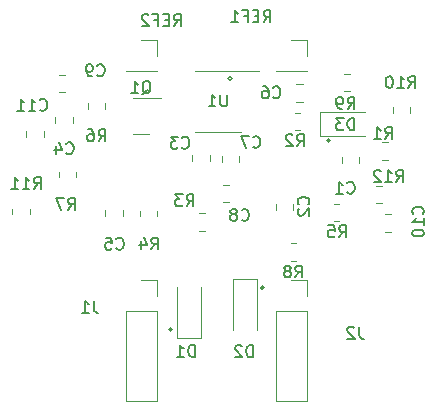
<source format=gbr>
%TF.GenerationSoftware,KiCad,Pcbnew,(6.0.1)*%
%TF.CreationDate,2022-05-20T14:02:09-07:00*%
%TF.ProjectId,ratt-rounded,72617474-2d72-46f7-956e-6465642e6b69,rev?*%
%TF.SameCoordinates,Original*%
%TF.FileFunction,Legend,Bot*%
%TF.FilePolarity,Positive*%
%FSLAX46Y46*%
G04 Gerber Fmt 4.6, Leading zero omitted, Abs format (unit mm)*
G04 Created by KiCad (PCBNEW (6.0.1)) date 2022-05-20 14:02:09*
%MOMM*%
%LPD*%
G01*
G04 APERTURE LIST*
%ADD10C,0.150000*%
%ADD11C,0.120000*%
G04 APERTURE END LIST*
D10*
X45371421Y-31408579D02*
G75*
G03*
X45371421Y-31408579I-141421J0D01*
G01*
X32011421Y-47428579D02*
G75*
G03*
X32011421Y-47428579I-141421J0D01*
G01*
X37041421Y-26160000D02*
G75*
G03*
X37041421Y-26160000I-141421J0D01*
G01*
X39791421Y-43888579D02*
G75*
G03*
X39791421Y-43888579I-141421J0D01*
G01*
%TO.C,REF2*%
X32147619Y-21702380D02*
X32480952Y-21226190D01*
X32719047Y-21702380D02*
X32719047Y-20702380D01*
X32338095Y-20702380D01*
X32242857Y-20750000D01*
X32195238Y-20797619D01*
X32147619Y-20892857D01*
X32147619Y-21035714D01*
X32195238Y-21130952D01*
X32242857Y-21178571D01*
X32338095Y-21226190D01*
X32719047Y-21226190D01*
X31719047Y-21178571D02*
X31385714Y-21178571D01*
X31242857Y-21702380D02*
X31719047Y-21702380D01*
X31719047Y-20702380D01*
X31242857Y-20702380D01*
X30480952Y-21178571D02*
X30814285Y-21178571D01*
X30814285Y-21702380D02*
X30814285Y-20702380D01*
X30338095Y-20702380D01*
X30004761Y-20797619D02*
X29957142Y-20750000D01*
X29861904Y-20702380D01*
X29623809Y-20702380D01*
X29528571Y-20750000D01*
X29480952Y-20797619D01*
X29433333Y-20892857D01*
X29433333Y-20988095D01*
X29480952Y-21130952D01*
X30052380Y-21702380D01*
X29433333Y-21702380D01*
%TO.C,U1*%
X36671904Y-27522380D02*
X36671904Y-28331904D01*
X36624285Y-28427142D01*
X36576666Y-28474761D01*
X36481428Y-28522380D01*
X36290952Y-28522380D01*
X36195714Y-28474761D01*
X36148095Y-28427142D01*
X36100476Y-28331904D01*
X36100476Y-27522380D01*
X35100476Y-28522380D02*
X35671904Y-28522380D01*
X35386190Y-28522380D02*
X35386190Y-27522380D01*
X35481428Y-27665238D01*
X35576666Y-27760476D01*
X35671904Y-27808095D01*
%TO.C,R5*%
X46144666Y-39602380D02*
X46478000Y-39126190D01*
X46716095Y-39602380D02*
X46716095Y-38602380D01*
X46335142Y-38602380D01*
X46239904Y-38650000D01*
X46192285Y-38697619D01*
X46144666Y-38792857D01*
X46144666Y-38935714D01*
X46192285Y-39030952D01*
X46239904Y-39078571D01*
X46335142Y-39126190D01*
X46716095Y-39126190D01*
X45239904Y-38602380D02*
X45716095Y-38602380D01*
X45763714Y-39078571D01*
X45716095Y-39030952D01*
X45620857Y-38983333D01*
X45382761Y-38983333D01*
X45287523Y-39030952D01*
X45239904Y-39078571D01*
X45192285Y-39173809D01*
X45192285Y-39411904D01*
X45239904Y-39507142D01*
X45287523Y-39554761D01*
X45382761Y-39602380D01*
X45620857Y-39602380D01*
X45716095Y-39554761D01*
X45763714Y-39507142D01*
%TO.C,R6*%
X25776666Y-31482380D02*
X26110000Y-31006190D01*
X26348095Y-31482380D02*
X26348095Y-30482380D01*
X25967142Y-30482380D01*
X25871904Y-30530000D01*
X25824285Y-30577619D01*
X25776666Y-30672857D01*
X25776666Y-30815714D01*
X25824285Y-30910952D01*
X25871904Y-30958571D01*
X25967142Y-31006190D01*
X26348095Y-31006190D01*
X24919523Y-30482380D02*
X25110000Y-30482380D01*
X25205238Y-30530000D01*
X25252857Y-30577619D01*
X25348095Y-30720476D01*
X25395714Y-30910952D01*
X25395714Y-31291904D01*
X25348095Y-31387142D01*
X25300476Y-31434761D01*
X25205238Y-31482380D01*
X25014761Y-31482380D01*
X24919523Y-31434761D01*
X24871904Y-31387142D01*
X24824285Y-31291904D01*
X24824285Y-31053809D01*
X24871904Y-30958571D01*
X24919523Y-30910952D01*
X25014761Y-30863333D01*
X25205238Y-30863333D01*
X25300476Y-30910952D01*
X25348095Y-30958571D01*
X25395714Y-31053809D01*
%TO.C,C7*%
X38864666Y-31957142D02*
X38912285Y-32004761D01*
X39055142Y-32052380D01*
X39150380Y-32052380D01*
X39293238Y-32004761D01*
X39388476Y-31909523D01*
X39436095Y-31814285D01*
X39483714Y-31623809D01*
X39483714Y-31480952D01*
X39436095Y-31290476D01*
X39388476Y-31195238D01*
X39293238Y-31100000D01*
X39150380Y-31052380D01*
X39055142Y-31052380D01*
X38912285Y-31100000D01*
X38864666Y-31147619D01*
X38531333Y-31052380D02*
X37864666Y-31052380D01*
X38293238Y-32052380D01*
%TO.C,C2*%
X43535142Y-36813333D02*
X43582761Y-36765714D01*
X43630380Y-36622857D01*
X43630380Y-36527619D01*
X43582761Y-36384761D01*
X43487523Y-36289523D01*
X43392285Y-36241904D01*
X43201809Y-36194285D01*
X43058952Y-36194285D01*
X42868476Y-36241904D01*
X42773238Y-36289523D01*
X42678000Y-36384761D01*
X42630380Y-36527619D01*
X42630380Y-36622857D01*
X42678000Y-36765714D01*
X42725619Y-36813333D01*
X42725619Y-37194285D02*
X42678000Y-37241904D01*
X42630380Y-37337142D01*
X42630380Y-37575238D01*
X42678000Y-37670476D01*
X42725619Y-37718095D01*
X42820857Y-37765714D01*
X42916095Y-37765714D01*
X43058952Y-37718095D01*
X43630380Y-37146666D01*
X43630380Y-37765714D01*
%TO.C,R9*%
X46866666Y-28732380D02*
X47200000Y-28256190D01*
X47438095Y-28732380D02*
X47438095Y-27732380D01*
X47057142Y-27732380D01*
X46961904Y-27780000D01*
X46914285Y-27827619D01*
X46866666Y-27922857D01*
X46866666Y-28065714D01*
X46914285Y-28160952D01*
X46961904Y-28208571D01*
X47057142Y-28256190D01*
X47438095Y-28256190D01*
X46390476Y-28732380D02*
X46200000Y-28732380D01*
X46104761Y-28684761D01*
X46057142Y-28637142D01*
X45961904Y-28494285D01*
X45914285Y-28303809D01*
X45914285Y-27922857D01*
X45961904Y-27827619D01*
X46009523Y-27780000D01*
X46104761Y-27732380D01*
X46295238Y-27732380D01*
X46390476Y-27780000D01*
X46438095Y-27827619D01*
X46485714Y-27922857D01*
X46485714Y-28160952D01*
X46438095Y-28256190D01*
X46390476Y-28303809D01*
X46295238Y-28351428D01*
X46104761Y-28351428D01*
X46009523Y-28303809D01*
X45961904Y-28256190D01*
X45914285Y-28160952D01*
%TO.C,R7*%
X23206666Y-37284380D02*
X23540000Y-36808190D01*
X23778095Y-37284380D02*
X23778095Y-36284380D01*
X23397142Y-36284380D01*
X23301904Y-36332000D01*
X23254285Y-36379619D01*
X23206666Y-36474857D01*
X23206666Y-36617714D01*
X23254285Y-36712952D01*
X23301904Y-36760571D01*
X23397142Y-36808190D01*
X23778095Y-36808190D01*
X22873333Y-36284380D02*
X22206666Y-36284380D01*
X22635238Y-37284380D01*
%TO.C,R12*%
X50990857Y-34912380D02*
X51324190Y-34436190D01*
X51562285Y-34912380D02*
X51562285Y-33912380D01*
X51181333Y-33912380D01*
X51086095Y-33960000D01*
X51038476Y-34007619D01*
X50990857Y-34102857D01*
X50990857Y-34245714D01*
X51038476Y-34340952D01*
X51086095Y-34388571D01*
X51181333Y-34436190D01*
X51562285Y-34436190D01*
X50038476Y-34912380D02*
X50609904Y-34912380D01*
X50324190Y-34912380D02*
X50324190Y-33912380D01*
X50419428Y-34055238D01*
X50514666Y-34150476D01*
X50609904Y-34198095D01*
X49657523Y-34007619D02*
X49609904Y-33960000D01*
X49514666Y-33912380D01*
X49276571Y-33912380D01*
X49181333Y-33960000D01*
X49133714Y-34007619D01*
X49086095Y-34102857D01*
X49086095Y-34198095D01*
X49133714Y-34340952D01*
X49705142Y-34912380D01*
X49086095Y-34912380D01*
%TO.C,R8*%
X42438666Y-43002380D02*
X42772000Y-42526190D01*
X43010095Y-43002380D02*
X43010095Y-42002380D01*
X42629142Y-42002380D01*
X42533904Y-42050000D01*
X42486285Y-42097619D01*
X42438666Y-42192857D01*
X42438666Y-42335714D01*
X42486285Y-42430952D01*
X42533904Y-42478571D01*
X42629142Y-42526190D01*
X43010095Y-42526190D01*
X41867238Y-42430952D02*
X41962476Y-42383333D01*
X42010095Y-42335714D01*
X42057714Y-42240476D01*
X42057714Y-42192857D01*
X42010095Y-42097619D01*
X41962476Y-42050000D01*
X41867238Y-42002380D01*
X41676761Y-42002380D01*
X41581523Y-42050000D01*
X41533904Y-42097619D01*
X41486285Y-42192857D01*
X41486285Y-42240476D01*
X41533904Y-42335714D01*
X41581523Y-42383333D01*
X41676761Y-42430952D01*
X41867238Y-42430952D01*
X41962476Y-42478571D01*
X42010095Y-42526190D01*
X42057714Y-42621428D01*
X42057714Y-42811904D01*
X42010095Y-42907142D01*
X41962476Y-42954761D01*
X41867238Y-43002380D01*
X41676761Y-43002380D01*
X41581523Y-42954761D01*
X41533904Y-42907142D01*
X41486285Y-42811904D01*
X41486285Y-42621428D01*
X41533904Y-42526190D01*
X41581523Y-42478571D01*
X41676761Y-42430952D01*
%TO.C,C3*%
X32834666Y-31997142D02*
X32882285Y-32044761D01*
X33025142Y-32092380D01*
X33120380Y-32092380D01*
X33263238Y-32044761D01*
X33358476Y-31949523D01*
X33406095Y-31854285D01*
X33453714Y-31663809D01*
X33453714Y-31520952D01*
X33406095Y-31330476D01*
X33358476Y-31235238D01*
X33263238Y-31140000D01*
X33120380Y-31092380D01*
X33025142Y-31092380D01*
X32882285Y-31140000D01*
X32834666Y-31187619D01*
X32501333Y-31092380D02*
X31882285Y-31092380D01*
X32215619Y-31473333D01*
X32072761Y-31473333D01*
X31977523Y-31520952D01*
X31929904Y-31568571D01*
X31882285Y-31663809D01*
X31882285Y-31901904D01*
X31929904Y-31997142D01*
X31977523Y-32044761D01*
X32072761Y-32092380D01*
X32358476Y-32092380D01*
X32453714Y-32044761D01*
X32501333Y-31997142D01*
%TO.C,R4*%
X30244666Y-40632380D02*
X30578000Y-40156190D01*
X30816095Y-40632380D02*
X30816095Y-39632380D01*
X30435142Y-39632380D01*
X30339904Y-39680000D01*
X30292285Y-39727619D01*
X30244666Y-39822857D01*
X30244666Y-39965714D01*
X30292285Y-40060952D01*
X30339904Y-40108571D01*
X30435142Y-40156190D01*
X30816095Y-40156190D01*
X29387523Y-39965714D02*
X29387523Y-40632380D01*
X29625619Y-39584761D02*
X29863714Y-40299047D01*
X29244666Y-40299047D01*
%TO.C,C8*%
X37884666Y-38117142D02*
X37932285Y-38164761D01*
X38075142Y-38212380D01*
X38170380Y-38212380D01*
X38313238Y-38164761D01*
X38408476Y-38069523D01*
X38456095Y-37974285D01*
X38503714Y-37783809D01*
X38503714Y-37640952D01*
X38456095Y-37450476D01*
X38408476Y-37355238D01*
X38313238Y-37260000D01*
X38170380Y-37212380D01*
X38075142Y-37212380D01*
X37932285Y-37260000D01*
X37884666Y-37307619D01*
X37313238Y-37640952D02*
X37408476Y-37593333D01*
X37456095Y-37545714D01*
X37503714Y-37450476D01*
X37503714Y-37402857D01*
X37456095Y-37307619D01*
X37408476Y-37260000D01*
X37313238Y-37212380D01*
X37122761Y-37212380D01*
X37027523Y-37260000D01*
X36979904Y-37307619D01*
X36932285Y-37402857D01*
X36932285Y-37450476D01*
X36979904Y-37545714D01*
X37027523Y-37593333D01*
X37122761Y-37640952D01*
X37313238Y-37640952D01*
X37408476Y-37688571D01*
X37456095Y-37736190D01*
X37503714Y-37831428D01*
X37503714Y-38021904D01*
X37456095Y-38117142D01*
X37408476Y-38164761D01*
X37313238Y-38212380D01*
X37122761Y-38212380D01*
X37027523Y-38164761D01*
X36979904Y-38117142D01*
X36932285Y-38021904D01*
X36932285Y-37831428D01*
X36979904Y-37736190D01*
X37027523Y-37688571D01*
X37122761Y-37640952D01*
%TO.C,C5*%
X27284666Y-40557142D02*
X27332285Y-40604761D01*
X27475142Y-40652380D01*
X27570380Y-40652380D01*
X27713238Y-40604761D01*
X27808476Y-40509523D01*
X27856095Y-40414285D01*
X27903714Y-40223809D01*
X27903714Y-40080952D01*
X27856095Y-39890476D01*
X27808476Y-39795238D01*
X27713238Y-39700000D01*
X27570380Y-39652380D01*
X27475142Y-39652380D01*
X27332285Y-39700000D01*
X27284666Y-39747619D01*
X26379904Y-39652380D02*
X26856095Y-39652380D01*
X26903714Y-40128571D01*
X26856095Y-40080952D01*
X26760857Y-40033333D01*
X26522761Y-40033333D01*
X26427523Y-40080952D01*
X26379904Y-40128571D01*
X26332285Y-40223809D01*
X26332285Y-40461904D01*
X26379904Y-40557142D01*
X26427523Y-40604761D01*
X26522761Y-40652380D01*
X26760857Y-40652380D01*
X26856095Y-40604761D01*
X26903714Y-40557142D01*
%TO.C,R3*%
X33226666Y-36974380D02*
X33560000Y-36498190D01*
X33798095Y-36974380D02*
X33798095Y-35974380D01*
X33417142Y-35974380D01*
X33321904Y-36022000D01*
X33274285Y-36069619D01*
X33226666Y-36164857D01*
X33226666Y-36307714D01*
X33274285Y-36402952D01*
X33321904Y-36450571D01*
X33417142Y-36498190D01*
X33798095Y-36498190D01*
X32893333Y-35974380D02*
X32274285Y-35974380D01*
X32607619Y-36355333D01*
X32464761Y-36355333D01*
X32369523Y-36402952D01*
X32321904Y-36450571D01*
X32274285Y-36545809D01*
X32274285Y-36783904D01*
X32321904Y-36879142D01*
X32369523Y-36926761D01*
X32464761Y-36974380D01*
X32750476Y-36974380D01*
X32845714Y-36926761D01*
X32893333Y-36879142D01*
%TO.C,R1*%
X50054666Y-31282380D02*
X50388000Y-30806190D01*
X50626095Y-31282380D02*
X50626095Y-30282380D01*
X50245142Y-30282380D01*
X50149904Y-30330000D01*
X50102285Y-30377619D01*
X50054666Y-30472857D01*
X50054666Y-30615714D01*
X50102285Y-30710952D01*
X50149904Y-30758571D01*
X50245142Y-30806190D01*
X50626095Y-30806190D01*
X49102285Y-31282380D02*
X49673714Y-31282380D01*
X49388000Y-31282380D02*
X49388000Y-30282380D01*
X49483238Y-30425238D01*
X49578476Y-30520476D01*
X49673714Y-30568095D01*
%TO.C,J2*%
X47833333Y-47182380D02*
X47833333Y-47896666D01*
X47880952Y-48039523D01*
X47976190Y-48134761D01*
X48119047Y-48182380D01*
X48214285Y-48182380D01*
X47404761Y-47277619D02*
X47357142Y-47230000D01*
X47261904Y-47182380D01*
X47023809Y-47182380D01*
X46928571Y-47230000D01*
X46880952Y-47277619D01*
X46833333Y-47372857D01*
X46833333Y-47468095D01*
X46880952Y-47610952D01*
X47452380Y-48182380D01*
X46833333Y-48182380D01*
%TO.C,Q1*%
X29453838Y-27487019D02*
X29549076Y-27439400D01*
X29644314Y-27344161D01*
X29787171Y-27201304D01*
X29882409Y-27153685D01*
X29977647Y-27153685D01*
X29930028Y-27391780D02*
X30025266Y-27344161D01*
X30120504Y-27248923D01*
X30168123Y-27058447D01*
X30168123Y-26725114D01*
X30120504Y-26534638D01*
X30025266Y-26439400D01*
X29930028Y-26391780D01*
X29739552Y-26391780D01*
X29644314Y-26439400D01*
X29549076Y-26534638D01*
X29501457Y-26725114D01*
X29501457Y-27058447D01*
X29549076Y-27248923D01*
X29644314Y-27344161D01*
X29739552Y-27391780D01*
X29930028Y-27391780D01*
X28549076Y-27391780D02*
X29120504Y-27391780D01*
X28834790Y-27391780D02*
X28834790Y-26391780D01*
X28930028Y-26534638D01*
X29025266Y-26629876D01*
X29120504Y-26677495D01*
%TO.C,R10*%
X52012857Y-26954380D02*
X52346190Y-26478190D01*
X52584285Y-26954380D02*
X52584285Y-25954380D01*
X52203333Y-25954380D01*
X52108095Y-26002000D01*
X52060476Y-26049619D01*
X52012857Y-26144857D01*
X52012857Y-26287714D01*
X52060476Y-26382952D01*
X52108095Y-26430571D01*
X52203333Y-26478190D01*
X52584285Y-26478190D01*
X51060476Y-26954380D02*
X51631904Y-26954380D01*
X51346190Y-26954380D02*
X51346190Y-25954380D01*
X51441428Y-26097238D01*
X51536666Y-26192476D01*
X51631904Y-26240095D01*
X50441428Y-25954380D02*
X50346190Y-25954380D01*
X50250952Y-26002000D01*
X50203333Y-26049619D01*
X50155714Y-26144857D01*
X50108095Y-26335333D01*
X50108095Y-26573428D01*
X50155714Y-26763904D01*
X50203333Y-26859142D01*
X50250952Y-26906761D01*
X50346190Y-26954380D01*
X50441428Y-26954380D01*
X50536666Y-26906761D01*
X50584285Y-26859142D01*
X50631904Y-26763904D01*
X50679523Y-26573428D01*
X50679523Y-26335333D01*
X50631904Y-26144857D01*
X50584285Y-26049619D01*
X50536666Y-26002000D01*
X50441428Y-25954380D01*
%TO.C,D2*%
X38853095Y-49750380D02*
X38853095Y-48750380D01*
X38615000Y-48750380D01*
X38472142Y-48798000D01*
X38376904Y-48893238D01*
X38329285Y-48988476D01*
X38281666Y-49178952D01*
X38281666Y-49321809D01*
X38329285Y-49512285D01*
X38376904Y-49607523D01*
X38472142Y-49702761D01*
X38615000Y-49750380D01*
X38853095Y-49750380D01*
X37900714Y-48845619D02*
X37853095Y-48798000D01*
X37757857Y-48750380D01*
X37519761Y-48750380D01*
X37424523Y-48798000D01*
X37376904Y-48845619D01*
X37329285Y-48940857D01*
X37329285Y-49036095D01*
X37376904Y-49178952D01*
X37948333Y-49750380D01*
X37329285Y-49750380D01*
%TO.C,C6*%
X40564666Y-27737142D02*
X40612285Y-27784761D01*
X40755142Y-27832380D01*
X40850380Y-27832380D01*
X40993238Y-27784761D01*
X41088476Y-27689523D01*
X41136095Y-27594285D01*
X41183714Y-27403809D01*
X41183714Y-27260952D01*
X41136095Y-27070476D01*
X41088476Y-26975238D01*
X40993238Y-26880000D01*
X40850380Y-26832380D01*
X40755142Y-26832380D01*
X40612285Y-26880000D01*
X40564666Y-26927619D01*
X39707523Y-26832380D02*
X39898000Y-26832380D01*
X39993238Y-26880000D01*
X40040857Y-26927619D01*
X40136095Y-27070476D01*
X40183714Y-27260952D01*
X40183714Y-27641904D01*
X40136095Y-27737142D01*
X40088476Y-27784761D01*
X39993238Y-27832380D01*
X39802761Y-27832380D01*
X39707523Y-27784761D01*
X39659904Y-27737142D01*
X39612285Y-27641904D01*
X39612285Y-27403809D01*
X39659904Y-27308571D01*
X39707523Y-27260952D01*
X39802761Y-27213333D01*
X39993238Y-27213333D01*
X40088476Y-27260952D01*
X40136095Y-27308571D01*
X40183714Y-27403809D01*
%TO.C,J1*%
X25383333Y-44982380D02*
X25383333Y-45696666D01*
X25430952Y-45839523D01*
X25526190Y-45934761D01*
X25669047Y-45982380D01*
X25764285Y-45982380D01*
X24383333Y-45982380D02*
X24954761Y-45982380D01*
X24669047Y-45982380D02*
X24669047Y-44982380D01*
X24764285Y-45125238D01*
X24859523Y-45220476D01*
X24954761Y-45268095D01*
%TO.C,R2*%
X42566666Y-31892380D02*
X42900000Y-31416190D01*
X43138095Y-31892380D02*
X43138095Y-30892380D01*
X42757142Y-30892380D01*
X42661904Y-30940000D01*
X42614285Y-30987619D01*
X42566666Y-31082857D01*
X42566666Y-31225714D01*
X42614285Y-31320952D01*
X42661904Y-31368571D01*
X42757142Y-31416190D01*
X43138095Y-31416190D01*
X42185714Y-30987619D02*
X42138095Y-30940000D01*
X42042857Y-30892380D01*
X41804761Y-30892380D01*
X41709523Y-30940000D01*
X41661904Y-30987619D01*
X41614285Y-31082857D01*
X41614285Y-31178095D01*
X41661904Y-31320952D01*
X42233333Y-31892380D01*
X41614285Y-31892380D01*
%TO.C,C11*%
X20812857Y-28799142D02*
X20860476Y-28846761D01*
X21003333Y-28894380D01*
X21098571Y-28894380D01*
X21241428Y-28846761D01*
X21336666Y-28751523D01*
X21384285Y-28656285D01*
X21431904Y-28465809D01*
X21431904Y-28322952D01*
X21384285Y-28132476D01*
X21336666Y-28037238D01*
X21241428Y-27942000D01*
X21098571Y-27894380D01*
X21003333Y-27894380D01*
X20860476Y-27942000D01*
X20812857Y-27989619D01*
X19860476Y-28894380D02*
X20431904Y-28894380D01*
X20146190Y-28894380D02*
X20146190Y-27894380D01*
X20241428Y-28037238D01*
X20336666Y-28132476D01*
X20431904Y-28180095D01*
X18908095Y-28894380D02*
X19479523Y-28894380D01*
X19193809Y-28894380D02*
X19193809Y-27894380D01*
X19289047Y-28037238D01*
X19384285Y-28132476D01*
X19479523Y-28180095D01*
%TO.C,D3*%
X47423095Y-30532380D02*
X47423095Y-29532380D01*
X47185000Y-29532380D01*
X47042142Y-29580000D01*
X46946904Y-29675238D01*
X46899285Y-29770476D01*
X46851666Y-29960952D01*
X46851666Y-30103809D01*
X46899285Y-30294285D01*
X46946904Y-30389523D01*
X47042142Y-30484761D01*
X47185000Y-30532380D01*
X47423095Y-30532380D01*
X46518333Y-29532380D02*
X45899285Y-29532380D01*
X46232619Y-29913333D01*
X46089761Y-29913333D01*
X45994523Y-29960952D01*
X45946904Y-30008571D01*
X45899285Y-30103809D01*
X45899285Y-30341904D01*
X45946904Y-30437142D01*
X45994523Y-30484761D01*
X46089761Y-30532380D01*
X46375476Y-30532380D01*
X46470714Y-30484761D01*
X46518333Y-30437142D01*
%TO.C,REF1*%
X39747619Y-21402380D02*
X40080952Y-20926190D01*
X40319047Y-21402380D02*
X40319047Y-20402380D01*
X39938095Y-20402380D01*
X39842857Y-20450000D01*
X39795238Y-20497619D01*
X39747619Y-20592857D01*
X39747619Y-20735714D01*
X39795238Y-20830952D01*
X39842857Y-20878571D01*
X39938095Y-20926190D01*
X40319047Y-20926190D01*
X39319047Y-20878571D02*
X38985714Y-20878571D01*
X38842857Y-21402380D02*
X39319047Y-21402380D01*
X39319047Y-20402380D01*
X38842857Y-20402380D01*
X38080952Y-20878571D02*
X38414285Y-20878571D01*
X38414285Y-21402380D02*
X38414285Y-20402380D01*
X37938095Y-20402380D01*
X37033333Y-21402380D02*
X37604761Y-21402380D01*
X37319047Y-21402380D02*
X37319047Y-20402380D01*
X37414285Y-20545238D01*
X37509523Y-20640476D01*
X37604761Y-20688095D01*
%TO.C,R11*%
X20292857Y-35524380D02*
X20626190Y-35048190D01*
X20864285Y-35524380D02*
X20864285Y-34524380D01*
X20483333Y-34524380D01*
X20388095Y-34572000D01*
X20340476Y-34619619D01*
X20292857Y-34714857D01*
X20292857Y-34857714D01*
X20340476Y-34952952D01*
X20388095Y-35000571D01*
X20483333Y-35048190D01*
X20864285Y-35048190D01*
X19340476Y-35524380D02*
X19911904Y-35524380D01*
X19626190Y-35524380D02*
X19626190Y-34524380D01*
X19721428Y-34667238D01*
X19816666Y-34762476D01*
X19911904Y-34810095D01*
X18388095Y-35524380D02*
X18959523Y-35524380D01*
X18673809Y-35524380D02*
X18673809Y-34524380D01*
X18769047Y-34667238D01*
X18864285Y-34762476D01*
X18959523Y-34810095D01*
%TO.C,C10*%
X53239142Y-37637142D02*
X53286761Y-37589523D01*
X53334380Y-37446666D01*
X53334380Y-37351428D01*
X53286761Y-37208571D01*
X53191523Y-37113333D01*
X53096285Y-37065714D01*
X52905809Y-37018095D01*
X52762952Y-37018095D01*
X52572476Y-37065714D01*
X52477238Y-37113333D01*
X52382000Y-37208571D01*
X52334380Y-37351428D01*
X52334380Y-37446666D01*
X52382000Y-37589523D01*
X52429619Y-37637142D01*
X53334380Y-38589523D02*
X53334380Y-38018095D01*
X53334380Y-38303809D02*
X52334380Y-38303809D01*
X52477238Y-38208571D01*
X52572476Y-38113333D01*
X52620095Y-38018095D01*
X52334380Y-39208571D02*
X52334380Y-39303809D01*
X52382000Y-39399047D01*
X52429619Y-39446666D01*
X52524857Y-39494285D01*
X52715333Y-39541904D01*
X52953428Y-39541904D01*
X53143904Y-39494285D01*
X53239142Y-39446666D01*
X53286761Y-39399047D01*
X53334380Y-39303809D01*
X53334380Y-39208571D01*
X53286761Y-39113333D01*
X53239142Y-39065714D01*
X53143904Y-39018095D01*
X52953428Y-38970476D01*
X52715333Y-38970476D01*
X52524857Y-39018095D01*
X52429619Y-39065714D01*
X52382000Y-39113333D01*
X52334380Y-39208571D01*
%TO.C,C4*%
X23046666Y-32485142D02*
X23094285Y-32532761D01*
X23237142Y-32580380D01*
X23332380Y-32580380D01*
X23475238Y-32532761D01*
X23570476Y-32437523D01*
X23618095Y-32342285D01*
X23665714Y-32151809D01*
X23665714Y-32008952D01*
X23618095Y-31818476D01*
X23570476Y-31723238D01*
X23475238Y-31628000D01*
X23332380Y-31580380D01*
X23237142Y-31580380D01*
X23094285Y-31628000D01*
X23046666Y-31675619D01*
X22189523Y-31913714D02*
X22189523Y-32580380D01*
X22427619Y-31532761D02*
X22665714Y-32247047D01*
X22046666Y-32247047D01*
%TO.C,C9*%
X25667166Y-25879142D02*
X25714785Y-25926761D01*
X25857642Y-25974380D01*
X25952880Y-25974380D01*
X26095738Y-25926761D01*
X26190976Y-25831523D01*
X26238595Y-25736285D01*
X26286214Y-25545809D01*
X26286214Y-25402952D01*
X26238595Y-25212476D01*
X26190976Y-25117238D01*
X26095738Y-25022000D01*
X25952880Y-24974380D01*
X25857642Y-24974380D01*
X25714785Y-25022000D01*
X25667166Y-25069619D01*
X25190976Y-25974380D02*
X25000500Y-25974380D01*
X24905261Y-25926761D01*
X24857642Y-25879142D01*
X24762404Y-25736285D01*
X24714785Y-25545809D01*
X24714785Y-25164857D01*
X24762404Y-25069619D01*
X24810023Y-25022000D01*
X24905261Y-24974380D01*
X25095738Y-24974380D01*
X25190976Y-25022000D01*
X25238595Y-25069619D01*
X25286214Y-25164857D01*
X25286214Y-25402952D01*
X25238595Y-25498190D01*
X25190976Y-25545809D01*
X25095738Y-25593428D01*
X24905261Y-25593428D01*
X24810023Y-25545809D01*
X24762404Y-25498190D01*
X24714785Y-25402952D01*
%TO.C,C1*%
X46837166Y-35817142D02*
X46884785Y-35864761D01*
X47027642Y-35912380D01*
X47122880Y-35912380D01*
X47265738Y-35864761D01*
X47360976Y-35769523D01*
X47408595Y-35674285D01*
X47456214Y-35483809D01*
X47456214Y-35340952D01*
X47408595Y-35150476D01*
X47360976Y-35055238D01*
X47265738Y-34960000D01*
X47122880Y-34912380D01*
X47027642Y-34912380D01*
X46884785Y-34960000D01*
X46837166Y-35007619D01*
X45884785Y-35912380D02*
X46456214Y-35912380D01*
X46170500Y-35912380D02*
X46170500Y-34912380D01*
X46265738Y-35055238D01*
X46360976Y-35150476D01*
X46456214Y-35198095D01*
%TO.C,D1*%
X33926095Y-49722380D02*
X33926095Y-48722380D01*
X33688000Y-48722380D01*
X33545142Y-48770000D01*
X33449904Y-48865238D01*
X33402285Y-48960476D01*
X33354666Y-49150952D01*
X33354666Y-49293809D01*
X33402285Y-49484285D01*
X33449904Y-49579523D01*
X33545142Y-49674761D01*
X33688000Y-49722380D01*
X33926095Y-49722380D01*
X32402285Y-49722380D02*
X32973714Y-49722380D01*
X32688000Y-49722380D02*
X32688000Y-48722380D01*
X32783238Y-48865238D01*
X32878476Y-48960476D01*
X32973714Y-49008095D01*
D11*
%TO.C,REF2*%
X30730000Y-25560000D02*
X28070000Y-25560000D01*
X28070000Y-25500000D02*
X28070000Y-25560000D01*
X30730000Y-24230000D02*
X30730000Y-22900000D01*
X30730000Y-22900000D02*
X29400000Y-22900000D01*
X30730000Y-25500000D02*
X28070000Y-25500000D01*
X30730000Y-25500000D02*
X30730000Y-25560000D01*
%TO.C,U1*%
X35910000Y-25560000D02*
X33960000Y-25560000D01*
X35910000Y-30680000D02*
X33960000Y-30680000D01*
X35910000Y-25560000D02*
X39360000Y-25560000D01*
X35910000Y-30680000D02*
X37860000Y-30680000D01*
%TO.C,R5*%
X45700936Y-36765000D02*
X46155064Y-36765000D01*
X45700936Y-38235000D02*
X46155064Y-38235000D01*
%TO.C,R6*%
X24875000Y-28252936D02*
X24875000Y-28707064D01*
X26345000Y-28252936D02*
X26345000Y-28707064D01*
%TO.C,C7*%
X37683000Y-32698748D02*
X37683000Y-33221252D01*
X36213000Y-32698748D02*
X36213000Y-33221252D01*
%TO.C,C2*%
X40763000Y-36758748D02*
X40763000Y-37281252D01*
X42233000Y-36758748D02*
X42233000Y-37281252D01*
%TO.C,R9*%
X46572936Y-27215000D02*
X47027064Y-27215000D01*
X46572936Y-25745000D02*
X47027064Y-25745000D01*
%TO.C,R7*%
X23905000Y-34499064D02*
X23905000Y-34044936D01*
X22435000Y-34499064D02*
X22435000Y-34044936D01*
%TO.C,R12*%
X49755064Y-35275000D02*
X49300936Y-35275000D01*
X49755064Y-36745000D02*
X49300936Y-36745000D01*
%TO.C,R8*%
X42499064Y-40115000D02*
X42044936Y-40115000D01*
X42499064Y-41585000D02*
X42044936Y-41585000D01*
%TO.C,C3*%
X33723000Y-33181252D02*
X33723000Y-32658748D01*
X35193000Y-33181252D02*
X35193000Y-32658748D01*
%TO.C,R4*%
X30763000Y-37807064D02*
X30763000Y-37352936D01*
X29293000Y-37807064D02*
X29293000Y-37352936D01*
%TO.C,C8*%
X36839252Y-35175000D02*
X36316748Y-35175000D01*
X36839252Y-36645000D02*
X36316748Y-36645000D01*
%TO.C,C5*%
X26363000Y-37288748D02*
X26363000Y-37811252D01*
X27833000Y-37288748D02*
X27833000Y-37811252D01*
%TO.C,R3*%
X34777064Y-39037000D02*
X34322936Y-39037000D01*
X34777064Y-37567000D02*
X34322936Y-37567000D01*
%TO.C,R1*%
X50255064Y-33025000D02*
X49800936Y-33025000D01*
X50255064Y-31555000D02*
X49800936Y-31555000D01*
%TO.C,J2*%
X40770000Y-45830000D02*
X40770000Y-53510000D01*
X43430000Y-43230000D02*
X42100000Y-43230000D01*
X43430000Y-45830000D02*
X40770000Y-45830000D01*
X43430000Y-53510000D02*
X40770000Y-53510000D01*
X43430000Y-45830000D02*
X43430000Y-53510000D01*
X43430000Y-44560000D02*
X43430000Y-43230000D01*
%TO.C,Q1*%
X29358600Y-27779400D02*
X31033600Y-27779400D01*
X29358600Y-27779400D02*
X28708600Y-27779400D01*
X29358600Y-30899400D02*
X28708600Y-30899400D01*
X29358600Y-30899400D02*
X30008600Y-30899400D01*
%TO.C,R10*%
X50695000Y-28604936D02*
X50695000Y-29059064D01*
X52165000Y-28604936D02*
X52165000Y-29059064D01*
%TO.C,D2*%
X39175000Y-43118000D02*
X39175000Y-47418000D01*
X37175000Y-47418000D02*
X37175000Y-43118000D01*
X37175000Y-43118000D02*
X39175000Y-43118000D01*
%TO.C,C6*%
X42536748Y-28135000D02*
X43059252Y-28135000D01*
X42536748Y-26665000D02*
X43059252Y-26665000D01*
%TO.C,J1*%
X30730000Y-45830000D02*
X28070000Y-45830000D01*
X30730000Y-53510000D02*
X28070000Y-53510000D01*
X30730000Y-45830000D02*
X30730000Y-53510000D01*
X30730000Y-43230000D02*
X29400000Y-43230000D01*
X30730000Y-44560000D02*
X30730000Y-43230000D01*
X28070000Y-45830000D02*
X28070000Y-53510000D01*
%TO.C,R2*%
X42857064Y-30535000D02*
X42402936Y-30535000D01*
X42857064Y-29065000D02*
X42402936Y-29065000D01*
%TO.C,C11*%
X19655000Y-31103252D02*
X19655000Y-30580748D01*
X21125000Y-31103252D02*
X21125000Y-30580748D01*
%TO.C,D3*%
X44492000Y-28995000D02*
X48342000Y-28995000D01*
X44492000Y-30995000D02*
X48342000Y-30995000D01*
X44492000Y-30995000D02*
X44492000Y-28995000D01*
%TO.C,REF1*%
X43430000Y-24230000D02*
X43430000Y-22900000D01*
X43430000Y-22900000D02*
X42100000Y-22900000D01*
X40770000Y-25500000D02*
X40770000Y-25560000D01*
X43430000Y-25500000D02*
X43430000Y-25560000D01*
X43430000Y-25500000D02*
X40770000Y-25500000D01*
X43430000Y-25560000D02*
X40770000Y-25560000D01*
%TO.C,R11*%
X19935000Y-37194936D02*
X19935000Y-37649064D01*
X18465000Y-37194936D02*
X18465000Y-37649064D01*
%TO.C,C10*%
X50543252Y-37675000D02*
X50020748Y-37675000D01*
X50543252Y-39145000D02*
X50020748Y-39145000D01*
%TO.C,C4*%
X22115000Y-29939252D02*
X22115000Y-29416748D01*
X23585000Y-29939252D02*
X23585000Y-29416748D01*
%TO.C,C9*%
X22961752Y-25867000D02*
X22439248Y-25867000D01*
X22961752Y-27337000D02*
X22439248Y-27337000D01*
%TO.C,C1*%
X46355500Y-33361252D02*
X46355500Y-32838748D01*
X47825500Y-33361252D02*
X47825500Y-32838748D01*
%TO.C,D1*%
X34460000Y-48108000D02*
X32460000Y-48108000D01*
X34460000Y-43808000D02*
X34460000Y-48108000D01*
X32460000Y-48108000D02*
X32460000Y-43808000D01*
%TD*%
M02*

</source>
